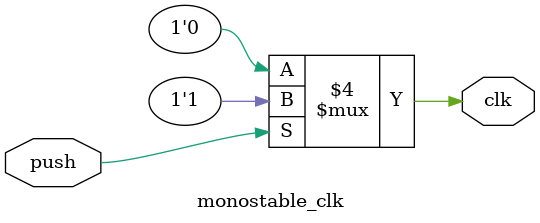
<source format=v>
module monostable_clk
  (input push,
   output reg clk);
  
  initial clk = 0;

  always@(*) begin
    if (push) begin
        clk = 1;
    end else begin
        clk = 0;
    end
  end

endmodule
</source>
